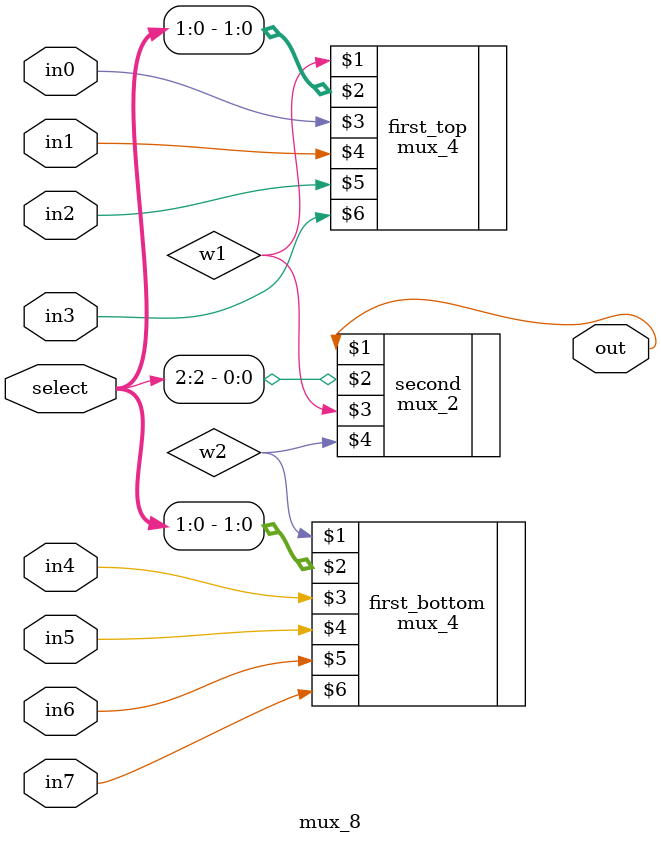
<source format=v>
module mux_8(out, select, in0, in1, in2, in3, in4, in5, in6, in7);
    input [2:0] select;
    input in0, in1, in2, in3, in4, in5, in6, in7;
    output out;
    wire w1, w2;

    mux_4 first_top(w1, select[1:0], in0, in1, in2, in3);
    mux_4 first_bottom(w2, select[1:0], in4, in5, in6, in7);
    mux_2 second(out, select[2], w1, w2);
endmodule


</source>
